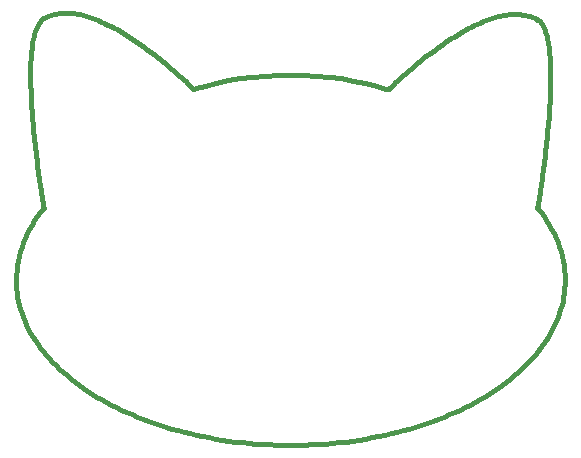
<source format=gko>
G04 #@! TF.FileFunction,Profile,NP*
%FSLAX46Y46*%
G04 Gerber Fmt 4.6, Leading zero omitted, Abs format (unit mm)*
G04 Created by KiCad (PCBNEW 4.0.7) date Tuesday, December 26, 2017 'AMt' 07:42:27 AM*
%MOMM*%
%LPD*%
G01*
G04 APERTURE LIST*
%ADD10C,0.100000*%
%ADD11C,0.381000*%
G04 APERTURE END LIST*
D10*
D11*
X44968060Y-16703520D02*
X44970600Y-16685740D01*
X44970600Y-16685740D02*
X44980760Y-16634940D01*
X44980760Y-16634940D02*
X44993460Y-16548580D01*
X44993460Y-16548580D02*
X45011240Y-16444440D01*
X45011240Y-16444440D02*
X45031560Y-16325060D01*
X45031560Y-16325060D02*
X45051880Y-16190440D01*
X45051880Y-16190440D02*
X45074740Y-16040580D01*
X45074740Y-16040580D02*
X45100140Y-15875480D01*
X45100140Y-15875480D02*
X45128080Y-15700220D01*
X45128080Y-15700220D02*
X45158560Y-15507180D01*
X45158560Y-15507180D02*
X45189040Y-15303980D01*
X45189040Y-15303980D02*
X45219520Y-15090620D01*
X45219520Y-15090620D02*
X45252540Y-14862020D01*
X45252540Y-14862020D02*
X45288100Y-14625800D01*
X45288100Y-14625800D02*
X45323660Y-14376880D01*
X45323660Y-14376880D02*
X45359220Y-14120340D01*
X45359220Y-14120340D02*
X45394780Y-13851100D01*
X45394780Y-13851100D02*
X45432880Y-13576780D01*
X45432880Y-13576780D02*
X45468440Y-13292300D01*
X45468440Y-13292300D02*
X45506540Y-13000200D01*
X45506540Y-13000200D02*
X45544640Y-12700480D01*
X45544640Y-12700480D02*
X45580200Y-12393140D01*
X45580200Y-12393140D02*
X45618300Y-12083260D01*
X45618300Y-12083260D02*
X45653860Y-11765760D01*
X45653860Y-11765760D02*
X45691960Y-11443180D01*
X45691960Y-11443180D02*
X45724980Y-11115520D01*
X45724980Y-11115520D02*
X45760540Y-10785320D01*
X45760540Y-10785320D02*
X45793560Y-10452580D01*
X45793560Y-10452580D02*
X45826580Y-10114760D01*
X45826580Y-10114760D02*
X45857060Y-9776940D01*
X45857060Y-9776940D02*
X45887540Y-9436580D01*
X45887540Y-9436580D02*
X45915480Y-9093680D01*
X45915480Y-9093680D02*
X45940880Y-8750780D01*
X45940880Y-8750780D02*
X45963740Y-8407880D01*
X45963740Y-8407880D02*
X45986600Y-8067520D01*
X45986600Y-8067520D02*
X46006920Y-7727160D01*
X46006920Y-7727160D02*
X46024700Y-7386800D01*
X46024700Y-7386800D02*
X46037400Y-7048980D01*
X46037400Y-7048980D02*
X46050100Y-6716240D01*
X46050100Y-6716240D02*
X46060260Y-6383500D01*
X46060260Y-6383500D02*
X46067880Y-6058380D01*
X46067880Y-6058380D02*
X46070420Y-5733260D01*
X46070420Y-5733260D02*
X46070420Y-5415760D01*
X46070420Y-5415760D02*
X46067880Y-5103340D01*
X46067880Y-5103340D02*
X46060260Y-4796000D01*
X46060260Y-4796000D02*
X46050100Y-4496280D01*
X46050100Y-4496280D02*
X46034860Y-4204180D01*
X46034860Y-4204180D02*
X46017080Y-3917160D01*
X46017080Y-3917160D02*
X45994220Y-3640300D01*
X45994220Y-3640300D02*
X45968820Y-3371060D01*
X45968820Y-3371060D02*
X45935800Y-3111980D01*
X45935800Y-3111980D02*
X45900240Y-2863060D01*
X45900240Y-2863060D02*
X45859600Y-2621760D01*
X45859600Y-2621760D02*
X45816420Y-2395700D01*
X45816420Y-2395700D02*
X45765620Y-2177260D01*
X45765620Y-2177260D02*
X45709740Y-1971520D01*
X45709740Y-1971520D02*
X45648780Y-1781020D01*
X45648780Y-1781020D02*
X45582740Y-1600680D01*
X45582740Y-1600680D02*
X45509080Y-1435580D01*
X45509080Y-1435580D02*
X45430340Y-1283180D01*
X45430340Y-1283180D02*
X45346520Y-1146020D01*
X45346520Y-1146020D02*
X45257620Y-1024100D01*
X45257620Y-1024100D02*
X45161100Y-917420D01*
X45161100Y-917420D02*
X45059500Y-828520D01*
X45059500Y-828520D02*
X44978220Y-772640D01*
X44978220Y-772640D02*
X44950280Y-754860D01*
X44950280Y-754860D02*
X44902020Y-729460D01*
X44902020Y-729460D02*
X44754700Y-653260D01*
X44754700Y-653260D02*
X44554040Y-564360D01*
X44554040Y-564360D02*
X44348300Y-488160D01*
X44348300Y-488160D02*
X44137480Y-424660D01*
X44137480Y-424660D02*
X43924120Y-376400D01*
X43924120Y-376400D02*
X43705680Y-338300D01*
X43705680Y-338300D02*
X43484700Y-312900D01*
X43484700Y-312900D02*
X43261180Y-300200D01*
X43261180Y-300200D02*
X43032580Y-297660D01*
X43032580Y-297660D02*
X42801440Y-305280D01*
X42801440Y-305280D02*
X42565220Y-325600D01*
X42565220Y-325600D02*
X42329000Y-353540D01*
X42329000Y-353540D02*
X42090240Y-391640D01*
X42090240Y-391640D02*
X41848940Y-442440D01*
X41848940Y-442440D02*
X41607640Y-498320D01*
X41607640Y-498320D02*
X41361260Y-564360D01*
X41361260Y-564360D02*
X41117420Y-640560D01*
X41117420Y-640560D02*
X40868500Y-721840D01*
X40868500Y-721840D02*
X40622120Y-813280D01*
X40622120Y-813280D02*
X40373200Y-909800D01*
X40373200Y-909800D02*
X40124280Y-1013940D01*
X40124280Y-1013940D02*
X39875360Y-1125700D01*
X39875360Y-1125700D02*
X39626440Y-1242540D01*
X39626440Y-1242540D02*
X39377520Y-1364460D01*
X39377520Y-1364460D02*
X39128600Y-1491460D01*
X39128600Y-1491460D02*
X38879680Y-1626080D01*
X38879680Y-1626080D02*
X38633300Y-1763240D01*
X38633300Y-1763240D02*
X38389460Y-1902940D01*
X38389460Y-1902940D02*
X38145620Y-2050260D01*
X38145620Y-2050260D02*
X37901780Y-2197580D01*
X37901780Y-2197580D02*
X37663020Y-2349980D01*
X37663020Y-2349980D02*
X37424260Y-2504920D01*
X37424260Y-2504920D02*
X37188040Y-2662400D01*
X37188040Y-2662400D02*
X36954360Y-2822420D01*
X36954360Y-2822420D02*
X36723220Y-2982440D01*
X36723220Y-2982440D02*
X36497160Y-3145000D01*
X36497160Y-3145000D02*
X36271100Y-3307560D01*
X36271100Y-3307560D02*
X36050120Y-3470120D01*
X36050120Y-3470120D02*
X35834220Y-3635220D01*
X35834220Y-3635220D02*
X35620860Y-3797780D01*
X35620860Y-3797780D02*
X35412580Y-3960340D01*
X35412580Y-3960340D02*
X35209380Y-4122900D01*
X35209380Y-4122900D02*
X35008720Y-4282920D01*
X35008720Y-4282920D02*
X34815680Y-4440400D01*
X34815680Y-4440400D02*
X34625180Y-4597880D01*
X34625180Y-4597880D02*
X34442300Y-4752820D01*
X34442300Y-4752820D02*
X34264500Y-4902680D01*
X34264500Y-4902680D02*
X34091780Y-5050000D01*
X34091780Y-5050000D02*
X33926680Y-5194780D01*
X33926680Y-5194780D02*
X33766660Y-5337020D01*
X33766660Y-5337020D02*
X33611720Y-5471640D01*
X33611720Y-5471640D02*
X33466940Y-5603720D01*
X33466940Y-5603720D02*
X33327240Y-5730720D01*
X33327240Y-5730720D02*
X33195160Y-5850100D01*
X33195160Y-5850100D02*
X33070700Y-5966940D01*
X33070700Y-5966940D02*
X32953860Y-6073620D01*
X32953860Y-6073620D02*
X32844640Y-6177760D01*
X32844640Y-6177760D02*
X32745580Y-6271740D01*
X32745580Y-6271740D02*
X32651600Y-6360640D01*
X32651600Y-6360640D02*
X32567780Y-6441920D01*
X32567780Y-6441920D02*
X32494120Y-6513040D01*
X32494120Y-6513040D02*
X32428080Y-6576540D01*
X32428080Y-6576540D02*
X32372200Y-6632420D01*
X32372200Y-6632420D02*
X32339180Y-6665440D01*
X32339180Y-6665440D02*
X32326480Y-6678140D01*
X32326480Y-6678140D02*
X32090260Y-6601940D01*
X32090260Y-6601940D02*
X31371440Y-6391120D01*
X31371440Y-6391120D02*
X30391000Y-6139660D01*
X30391000Y-6139660D02*
X29387700Y-5923760D01*
X29387700Y-5923760D02*
X28359000Y-5745960D01*
X28359000Y-5745960D02*
X27312520Y-5603720D01*
X27312520Y-5603720D02*
X26245720Y-5502120D01*
X26245720Y-5502120D02*
X25161140Y-5438620D01*
X25161140Y-5438620D02*
X24335640Y-5418300D01*
X24335640Y-5418300D02*
X24061320Y-5418300D01*
X24061320Y-5418300D02*
X23789540Y-5418300D01*
X23789540Y-5418300D02*
X22971660Y-5438620D01*
X22971660Y-5438620D02*
X21894700Y-5499580D01*
X21894700Y-5499580D02*
X20838060Y-5601180D01*
X20838060Y-5601180D02*
X19799200Y-5738340D01*
X19799200Y-5738340D02*
X18780660Y-5916140D01*
X18780660Y-5916140D02*
X17784980Y-6126960D01*
X17784980Y-6126960D02*
X16812160Y-6375880D01*
X16812160Y-6375880D02*
X16098420Y-6581620D01*
X16098420Y-6581620D02*
X15862200Y-6655280D01*
X15862200Y-6655280D02*
X15862200Y-6655280D01*
X15862200Y-6655280D02*
X15857120Y-6650200D01*
X15857120Y-6650200D02*
X15839340Y-6632420D01*
X15839340Y-6632420D02*
X15808860Y-6601940D01*
X15808860Y-6601940D02*
X15768220Y-6561300D01*
X15768220Y-6561300D02*
X15717420Y-6510500D01*
X15717420Y-6510500D02*
X15653920Y-6447000D01*
X15653920Y-6447000D02*
X15580260Y-6375880D01*
X15580260Y-6375880D02*
X15496440Y-6294600D01*
X15496440Y-6294600D02*
X15402460Y-6205700D01*
X15402460Y-6205700D02*
X15300860Y-6106640D01*
X15300860Y-6106640D02*
X15186560Y-5999960D01*
X15186560Y-5999960D02*
X15064640Y-5888200D01*
X15064640Y-5888200D02*
X14935100Y-5766280D01*
X14935100Y-5766280D02*
X14795400Y-5639280D01*
X14795400Y-5639280D02*
X14648080Y-5504660D01*
X14648080Y-5504660D02*
X14493140Y-5364960D01*
X14493140Y-5364960D02*
X14330580Y-5220180D01*
X14330580Y-5220180D02*
X14160400Y-5070320D01*
X14160400Y-5070320D02*
X13982600Y-4917920D01*
X13982600Y-4917920D02*
X13797180Y-4760440D01*
X13797180Y-4760440D02*
X13606680Y-4597880D01*
X13606680Y-4597880D02*
X13408560Y-4432780D01*
X13408560Y-4432780D02*
X13205360Y-4265140D01*
X13205360Y-4265140D02*
X12997080Y-4094960D01*
X12997080Y-4094960D02*
X12783720Y-3924780D01*
X12783720Y-3924780D02*
X12562740Y-3752060D01*
X12562740Y-3752060D02*
X12339220Y-3579340D01*
X12339220Y-3579340D02*
X12108080Y-3404080D01*
X12108080Y-3404080D02*
X11874400Y-3231360D01*
X11874400Y-3231360D02*
X11638180Y-3058640D01*
X11638180Y-3058640D02*
X11396880Y-2885920D01*
X11396880Y-2885920D02*
X11150500Y-2715740D01*
X11150500Y-2715740D02*
X10904120Y-2545560D01*
X10904120Y-2545560D02*
X10652660Y-2377920D01*
X10652660Y-2377920D02*
X10398660Y-2215360D01*
X10398660Y-2215360D02*
X10142120Y-2055340D01*
X10142120Y-2055340D02*
X9885580Y-1897860D01*
X9885580Y-1897860D02*
X9623960Y-1742920D01*
X9623960Y-1742920D02*
X9362340Y-1595600D01*
X9362340Y-1595600D02*
X9100720Y-1450820D01*
X9100720Y-1450820D02*
X8836560Y-1313660D01*
X8836560Y-1313660D02*
X8572400Y-1179040D01*
X8572400Y-1179040D02*
X8308240Y-1054580D01*
X8308240Y-1054580D02*
X8044080Y-935200D01*
X8044080Y-935200D02*
X7779920Y-823440D01*
X7779920Y-823440D02*
X7515760Y-716760D01*
X7515760Y-716760D02*
X7251600Y-620240D01*
X7251600Y-620240D02*
X6987440Y-533880D01*
X6987440Y-533880D02*
X6728360Y-455140D01*
X6728360Y-455140D02*
X6466740Y-384020D01*
X6466740Y-384020D02*
X6210200Y-325600D01*
X6210200Y-325600D02*
X5953660Y-274800D01*
X5953660Y-274800D02*
X5702200Y-236700D01*
X5702200Y-236700D02*
X5450740Y-208760D01*
X5450740Y-208760D02*
X5201820Y-193520D01*
X5201820Y-193520D02*
X4957980Y-188440D01*
X4957980Y-188440D02*
X4716680Y-198600D01*
X4716680Y-198600D02*
X4480460Y-218920D01*
X4480460Y-218920D02*
X4246780Y-254480D01*
X4246780Y-254480D02*
X4020720Y-305280D01*
X4020720Y-305280D02*
X3794660Y-368780D01*
X3794660Y-368780D02*
X3576220Y-444980D01*
X3576220Y-444980D02*
X3362860Y-538960D01*
X3362860Y-538960D02*
X3205380Y-620240D01*
X3205380Y-620240D02*
X3154580Y-648180D01*
X3154580Y-648180D02*
X3124100Y-665960D01*
X3124100Y-665960D02*
X3040280Y-724380D01*
X3040280Y-724380D02*
X2933600Y-820900D01*
X2933600Y-820900D02*
X2832000Y-935200D01*
X2832000Y-935200D02*
X2738020Y-1064740D01*
X2738020Y-1064740D02*
X2651660Y-1214600D01*
X2651660Y-1214600D02*
X2572920Y-1377160D01*
X2572920Y-1377160D02*
X2499260Y-1557500D01*
X2499260Y-1557500D02*
X2430680Y-1750540D01*
X2430680Y-1750540D02*
X2369720Y-1958820D01*
X2369720Y-1958820D02*
X2313840Y-2182340D01*
X2313840Y-2182340D02*
X2263040Y-2416020D01*
X2263040Y-2416020D02*
X2217320Y-2664940D01*
X2217320Y-2664940D02*
X2179220Y-2924020D01*
X2179220Y-2924020D02*
X2143660Y-3193260D01*
X2143660Y-3193260D02*
X2115720Y-3472660D01*
X2115720Y-3472660D02*
X2090320Y-3764760D01*
X2090320Y-3764760D02*
X2070000Y-4061940D01*
X2070000Y-4061940D02*
X2054760Y-4371820D01*
X2054760Y-4371820D02*
X2044600Y-4686780D01*
X2044600Y-4686780D02*
X2036980Y-5009360D01*
X2036980Y-5009360D02*
X2034440Y-5339560D01*
X2034440Y-5339560D02*
X2034440Y-5674840D01*
X2034440Y-5674840D02*
X2039520Y-6015200D01*
X2039520Y-6015200D02*
X2047140Y-6360640D01*
X2047140Y-6360640D02*
X2057300Y-6708620D01*
X2057300Y-6708620D02*
X2072540Y-7061680D01*
X2072540Y-7061680D02*
X2087780Y-7417280D01*
X2087780Y-7417280D02*
X2108100Y-7775420D01*
X2108100Y-7775420D02*
X2128420Y-8133560D01*
X2128420Y-8133560D02*
X2153820Y-8494240D01*
X2153820Y-8494240D02*
X2181760Y-8854920D01*
X2181760Y-8854920D02*
X2209700Y-9215600D01*
X2209700Y-9215600D02*
X2240180Y-9573740D01*
X2240180Y-9573740D02*
X2270660Y-9929340D01*
X2270660Y-9929340D02*
X2306220Y-10284940D01*
X2306220Y-10284940D02*
X2339240Y-10638000D01*
X2339240Y-10638000D02*
X2377340Y-10985980D01*
X2377340Y-10985980D02*
X2412900Y-11328880D01*
X2412900Y-11328880D02*
X2451000Y-11669240D01*
X2451000Y-11669240D02*
X2489100Y-12001980D01*
X2489100Y-12001980D02*
X2529740Y-12329640D01*
X2529740Y-12329640D02*
X2567840Y-12649680D01*
X2567840Y-12649680D02*
X2608480Y-12964640D01*
X2608480Y-12964640D02*
X2646580Y-13269440D01*
X2646580Y-13269440D02*
X2687220Y-13564080D01*
X2687220Y-13564080D02*
X2725320Y-13851100D01*
X2725320Y-13851100D02*
X2763420Y-14130500D01*
X2763420Y-14130500D02*
X2798980Y-14397200D01*
X2798980Y-14397200D02*
X2837080Y-14651200D01*
X2837080Y-14651200D02*
X2872640Y-14895040D01*
X2872640Y-14895040D02*
X2905660Y-15126180D01*
X2905660Y-15126180D02*
X2938680Y-15344620D01*
X2938680Y-15344620D02*
X2969160Y-15547820D01*
X2969160Y-15547820D02*
X2999640Y-15738320D01*
X2999640Y-15738320D02*
X3025040Y-15913580D01*
X3025040Y-15913580D02*
X3050440Y-16071060D01*
X3050440Y-16071060D02*
X3073300Y-16213300D01*
X3073300Y-16213300D02*
X3093620Y-16340300D01*
X3093620Y-16340300D02*
X3111400Y-16446980D01*
X3111400Y-16446980D02*
X3126640Y-16538420D01*
X3126640Y-16538420D02*
X3139340Y-16609540D01*
X3139340Y-16609540D02*
X3146960Y-16660340D01*
X3146960Y-16660340D02*
X3152040Y-16690820D01*
X3152040Y-16690820D02*
X3154580Y-16703520D01*
X3154580Y-16703520D02*
X3154580Y-16703520D01*
X3154580Y-16703520D02*
X3157120Y-16700980D01*
X3157120Y-16700980D02*
X3086000Y-16787340D01*
X3086000Y-16787340D02*
X2885340Y-17048960D01*
X2885340Y-17048960D02*
X2628800Y-17402020D01*
X2628800Y-17402020D02*
X2390040Y-17760160D01*
X2390040Y-17760160D02*
X2166520Y-18123380D01*
X2166520Y-18123380D02*
X1958240Y-18491680D01*
X1958240Y-18491680D02*
X1767740Y-18862520D01*
X1767740Y-18862520D02*
X1595020Y-19238440D01*
X1595020Y-19238440D02*
X1437540Y-19619440D01*
X1437540Y-19619440D02*
X1297840Y-20005520D01*
X1297840Y-20005520D02*
X1175920Y-20391600D01*
X1175920Y-20391600D02*
X1074320Y-20785300D01*
X1074320Y-20785300D02*
X987960Y-21181540D01*
X987960Y-21181540D02*
X921920Y-21580320D01*
X921920Y-21580320D02*
X873660Y-21981640D01*
X873660Y-21981640D02*
X843180Y-22388040D01*
X843180Y-22388040D02*
X835560Y-22692840D01*
X835560Y-22692840D02*
X835560Y-22794440D01*
X835560Y-22794440D02*
X835560Y-22885880D01*
X835560Y-22885880D02*
X843180Y-23155120D01*
X843180Y-23155120D02*
X863500Y-23515800D01*
X863500Y-23515800D02*
X901600Y-23871400D01*
X901600Y-23871400D02*
X954940Y-24224460D01*
X954940Y-24224460D02*
X1020980Y-24574980D01*
X1020980Y-24574980D02*
X1102260Y-24922960D01*
X1102260Y-24922960D02*
X1196240Y-25268400D01*
X1196240Y-25268400D02*
X1305460Y-25611300D01*
X1305460Y-25611300D02*
X1429920Y-25951660D01*
X1429920Y-25951660D02*
X1564540Y-26286940D01*
X1564540Y-26286940D02*
X1714400Y-26619680D01*
X1714400Y-26619680D02*
X1879500Y-26949880D01*
X1879500Y-26949880D02*
X2054760Y-27275000D01*
X2054760Y-27275000D02*
X2242720Y-27600120D01*
X2242720Y-27600120D02*
X2445920Y-27917620D01*
X2445920Y-27917620D02*
X2659280Y-28232580D01*
X2659280Y-28232580D02*
X2885340Y-28545000D01*
X2885340Y-28545000D02*
X3124100Y-28852340D01*
X3124100Y-28852340D02*
X3375560Y-29154600D01*
X3375560Y-29154600D02*
X3637180Y-29454320D01*
X3637180Y-29454320D02*
X3911500Y-29748960D01*
X3911500Y-29748960D02*
X4195980Y-30038520D01*
X4195980Y-30038520D02*
X4493160Y-30325540D01*
X4493160Y-30325540D02*
X4800500Y-30607480D01*
X4800500Y-30607480D02*
X5120540Y-30881800D01*
X5120540Y-30881800D02*
X5448200Y-31153580D01*
X5448200Y-31153580D02*
X5788560Y-31420280D01*
X5788560Y-31420280D02*
X6139080Y-31681900D01*
X6139080Y-31681900D02*
X6497220Y-31938440D01*
X6497220Y-31938440D02*
X6868060Y-32187360D01*
X6868060Y-32187360D02*
X7249060Y-32433740D01*
X7249060Y-32433740D02*
X7637680Y-32672500D01*
X7637680Y-32672500D02*
X8036460Y-32908720D01*
X8036460Y-32908720D02*
X8442860Y-33137320D01*
X8442860Y-33137320D02*
X8861960Y-33358300D01*
X8861960Y-33358300D02*
X9286140Y-33574200D01*
X9286140Y-33574200D02*
X9720480Y-33785020D01*
X9720480Y-33785020D02*
X10164980Y-33990760D01*
X10164980Y-33990760D02*
X10614560Y-34188880D01*
X10614560Y-34188880D02*
X11074300Y-34379380D01*
X11074300Y-34379380D02*
X11541660Y-34564800D01*
X11541660Y-34564800D02*
X12016640Y-34742600D01*
X12016640Y-34742600D02*
X12499240Y-34915320D01*
X12499240Y-34915320D02*
X12989460Y-35080420D01*
X12989460Y-35080420D02*
X13487300Y-35237900D01*
X13487300Y-35237900D02*
X13990220Y-35387760D01*
X13990220Y-35387760D02*
X14503300Y-35532540D01*
X14503300Y-35532540D02*
X15018920Y-35667160D01*
X15018920Y-35667160D02*
X15544700Y-35796700D01*
X15544700Y-35796700D02*
X16075560Y-35918620D01*
X16075560Y-35918620D02*
X16611500Y-36030380D01*
X16611500Y-36030380D02*
X17155060Y-36137060D01*
X17155060Y-36137060D02*
X17701160Y-36236120D01*
X17701160Y-36236120D02*
X18257420Y-36325020D01*
X18257420Y-36325020D02*
X18816220Y-36408840D01*
X18816220Y-36408840D02*
X19380100Y-36482500D01*
X19380100Y-36482500D02*
X19949060Y-36548540D01*
X19949060Y-36548540D02*
X20523100Y-36604420D01*
X20523100Y-36604420D02*
X21102220Y-36652680D01*
X21102220Y-36652680D02*
X21686420Y-36693320D01*
X21686420Y-36693320D02*
X22273160Y-36723800D01*
X22273160Y-36723800D02*
X22864980Y-36746660D01*
X22864980Y-36746660D02*
X23461880Y-36761900D01*
X23461880Y-36761900D02*
X23911460Y-36764440D01*
X23911460Y-36764440D02*
X24061320Y-36764440D01*
X24061320Y-36764440D02*
X24211180Y-36764440D01*
X24211180Y-36764440D02*
X24660760Y-36761900D01*
X24660760Y-36761900D02*
X25255120Y-36746660D01*
X25255120Y-36746660D02*
X25846940Y-36723800D01*
X25846940Y-36723800D02*
X26436220Y-36693320D01*
X26436220Y-36693320D02*
X27017880Y-36652680D01*
X27017880Y-36652680D02*
X27597000Y-36604420D01*
X27597000Y-36604420D02*
X28173580Y-36548540D01*
X28173580Y-36548540D02*
X28742540Y-36482500D01*
X28742540Y-36482500D02*
X29306420Y-36408840D01*
X29306420Y-36408840D02*
X29865220Y-36325020D01*
X29865220Y-36325020D02*
X30418940Y-36236120D01*
X30418940Y-36236120D02*
X30967580Y-36137060D01*
X30967580Y-36137060D02*
X31511140Y-36030380D01*
X31511140Y-36030380D02*
X32047080Y-35918620D01*
X32047080Y-35918620D02*
X32577940Y-35796700D01*
X32577940Y-35796700D02*
X33101180Y-35667160D01*
X33101180Y-35667160D02*
X33619340Y-35532540D01*
X33619340Y-35532540D02*
X34129880Y-35387760D01*
X34129880Y-35387760D02*
X34635340Y-35237900D01*
X34635340Y-35237900D02*
X35130640Y-35080420D01*
X35130640Y-35080420D02*
X35620860Y-34915320D01*
X35620860Y-34915320D02*
X36103460Y-34742600D01*
X36103460Y-34742600D02*
X36578440Y-34564800D01*
X36578440Y-34564800D02*
X37045800Y-34379380D01*
X37045800Y-34379380D02*
X37505540Y-34188880D01*
X37505540Y-34188880D02*
X37957660Y-33990760D01*
X37957660Y-33990760D02*
X38399620Y-33785020D01*
X38399620Y-33785020D02*
X38833960Y-33574200D01*
X38833960Y-33574200D02*
X39260680Y-33358300D01*
X39260680Y-33358300D02*
X39677240Y-33137320D01*
X39677240Y-33137320D02*
X40086180Y-32908720D01*
X40086180Y-32908720D02*
X40484960Y-32672500D01*
X40484960Y-32672500D02*
X40873580Y-32433740D01*
X40873580Y-32433740D02*
X41254580Y-32187360D01*
X41254580Y-32187360D02*
X41622880Y-31938440D01*
X41622880Y-31938440D02*
X41983560Y-31681900D01*
X41983560Y-31681900D02*
X42334080Y-31420280D01*
X42334080Y-31420280D02*
X42671900Y-31153580D01*
X42671900Y-31153580D02*
X43002100Y-30881800D01*
X43002100Y-30881800D02*
X43319600Y-30607480D01*
X43319600Y-30607480D02*
X43626940Y-30325540D01*
X43626940Y-30325540D02*
X43924120Y-30038520D01*
X43924120Y-30038520D02*
X44211140Y-29748960D01*
X44211140Y-29748960D02*
X44482920Y-29454320D01*
X44482920Y-29454320D02*
X44747080Y-29154600D01*
X44747080Y-29154600D02*
X44996000Y-28852340D01*
X44996000Y-28852340D02*
X45234760Y-28545000D01*
X45234760Y-28545000D02*
X45460820Y-28232580D01*
X45460820Y-28232580D02*
X45676720Y-27917620D01*
X45676720Y-27917620D02*
X45877380Y-27600120D01*
X45877380Y-27600120D02*
X46067880Y-27275000D01*
X46067880Y-27275000D02*
X46243140Y-26949880D01*
X46243140Y-26949880D02*
X46405700Y-26619680D01*
X46405700Y-26619680D02*
X46555560Y-26286940D01*
X46555560Y-26286940D02*
X46692720Y-25951660D01*
X46692720Y-25951660D02*
X46814640Y-25611300D01*
X46814640Y-25611300D02*
X46923860Y-25268400D01*
X46923860Y-25268400D02*
X47020380Y-24922960D01*
X47020380Y-24922960D02*
X47101660Y-24574980D01*
X47101660Y-24574980D02*
X47167700Y-24224460D01*
X47167700Y-24224460D02*
X47218500Y-23871400D01*
X47218500Y-23871400D02*
X47256600Y-23515800D01*
X47256600Y-23515800D02*
X47279460Y-23155120D01*
X47279460Y-23155120D02*
X47287080Y-22885880D01*
X47287080Y-22885880D02*
X47287080Y-22794440D01*
X47287080Y-22794440D02*
X47287080Y-22692840D01*
X47287080Y-22692840D02*
X47276920Y-22388040D01*
X47276920Y-22388040D02*
X47248980Y-21981640D01*
X47248980Y-21981640D02*
X47200720Y-21580320D01*
X47200720Y-21580320D02*
X47134680Y-21181540D01*
X47134680Y-21181540D02*
X47048320Y-20785300D01*
X47048320Y-20785300D02*
X46944180Y-20394140D01*
X46944180Y-20394140D02*
X46824800Y-20005520D01*
X46824800Y-20005520D02*
X46685100Y-19621980D01*
X46685100Y-19621980D02*
X46527620Y-19240980D01*
X46527620Y-19240980D02*
X46354900Y-18865060D01*
X46354900Y-18865060D02*
X46164400Y-18494220D01*
X46164400Y-18494220D02*
X45956120Y-18125920D01*
X45956120Y-18125920D02*
X45732600Y-17762700D01*
X45732600Y-17762700D02*
X45493840Y-17404560D01*
X45493840Y-17404560D02*
X45239840Y-17051500D01*
X45239840Y-17051500D02*
X45036640Y-16789880D01*
X45036640Y-16789880D02*
X44968060Y-16703520D01*
M02*

</source>
